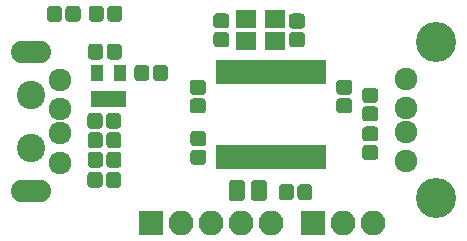
<source format=gts>
G04 #@! TF.GenerationSoftware,KiCad,Pcbnew,(5.1.2)-1*
G04 #@! TF.CreationDate,2021-07-24T10:23:43+09:00*
G04 #@! TF.ProjectId,PS2USB,50533255-5342-42e6-9b69-6361645f7063,v2.1*
G04 #@! TF.SameCoordinates,Original*
G04 #@! TF.FileFunction,Soldermask,Top*
G04 #@! TF.FilePolarity,Negative*
%FSLAX46Y46*%
G04 Gerber Fmt 4.6, Leading zero omitted, Abs format (unit mm)*
G04 Created by KiCad (PCBNEW (5.1.2)-1) date 2021-07-24 10:23:43*
%MOMM*%
%LPD*%
G04 APERTURE LIST*
%ADD10C,0.050000*%
%ADD11C,1.275000*%
%ADD12R,1.050000X1.460000*%
%ADD13C,1.375000*%
%ADD14C,1.924000*%
%ADD15O,3.400000X1.900000*%
%ADD16C,2.400000*%
%ADD17O,2.100000X2.100000*%
%ADD18R,2.100000X2.100000*%
%ADD19C,3.400000*%
%ADD20R,1.800000X1.600000*%
%ADD21R,0.850000X2.150000*%
G04 APERTURE END LIST*
D10*
G36*
X104387493Y-93614035D02*
G01*
X104418435Y-93618625D01*
X104448778Y-93626225D01*
X104478230Y-93636763D01*
X104506508Y-93650138D01*
X104533338Y-93666219D01*
X104558463Y-93684853D01*
X104581640Y-93705860D01*
X104602647Y-93729037D01*
X104621281Y-93754162D01*
X104637362Y-93780992D01*
X104650737Y-93809270D01*
X104661275Y-93838722D01*
X104668875Y-93869065D01*
X104673465Y-93900007D01*
X104675000Y-93931250D01*
X104675000Y-94568750D01*
X104673465Y-94599993D01*
X104668875Y-94630935D01*
X104661275Y-94661278D01*
X104650737Y-94690730D01*
X104637362Y-94719008D01*
X104621281Y-94745838D01*
X104602647Y-94770963D01*
X104581640Y-94794140D01*
X104558463Y-94815147D01*
X104533338Y-94833781D01*
X104506508Y-94849862D01*
X104478230Y-94863237D01*
X104448778Y-94873775D01*
X104418435Y-94881375D01*
X104387493Y-94885965D01*
X104356250Y-94887500D01*
X103643750Y-94887500D01*
X103612507Y-94885965D01*
X103581565Y-94881375D01*
X103551222Y-94873775D01*
X103521770Y-94863237D01*
X103493492Y-94849862D01*
X103466662Y-94833781D01*
X103441537Y-94815147D01*
X103418360Y-94794140D01*
X103397353Y-94770963D01*
X103378719Y-94745838D01*
X103362638Y-94719008D01*
X103349263Y-94690730D01*
X103338725Y-94661278D01*
X103331125Y-94630935D01*
X103326535Y-94599993D01*
X103325000Y-94568750D01*
X103325000Y-93931250D01*
X103326535Y-93900007D01*
X103331125Y-93869065D01*
X103338725Y-93838722D01*
X103349263Y-93809270D01*
X103362638Y-93780992D01*
X103378719Y-93754162D01*
X103397353Y-93729037D01*
X103418360Y-93705860D01*
X103441537Y-93684853D01*
X103466662Y-93666219D01*
X103493492Y-93650138D01*
X103521770Y-93636763D01*
X103551222Y-93626225D01*
X103581565Y-93618625D01*
X103612507Y-93614035D01*
X103643750Y-93612500D01*
X104356250Y-93612500D01*
X104387493Y-93614035D01*
X104387493Y-93614035D01*
G37*
D11*
X104000000Y-94250000D03*
D10*
G36*
X104387493Y-92039035D02*
G01*
X104418435Y-92043625D01*
X104448778Y-92051225D01*
X104478230Y-92061763D01*
X104506508Y-92075138D01*
X104533338Y-92091219D01*
X104558463Y-92109853D01*
X104581640Y-92130860D01*
X104602647Y-92154037D01*
X104621281Y-92179162D01*
X104637362Y-92205992D01*
X104650737Y-92234270D01*
X104661275Y-92263722D01*
X104668875Y-92294065D01*
X104673465Y-92325007D01*
X104675000Y-92356250D01*
X104675000Y-92993750D01*
X104673465Y-93024993D01*
X104668875Y-93055935D01*
X104661275Y-93086278D01*
X104650737Y-93115730D01*
X104637362Y-93144008D01*
X104621281Y-93170838D01*
X104602647Y-93195963D01*
X104581640Y-93219140D01*
X104558463Y-93240147D01*
X104533338Y-93258781D01*
X104506508Y-93274862D01*
X104478230Y-93288237D01*
X104448778Y-93298775D01*
X104418435Y-93306375D01*
X104387493Y-93310965D01*
X104356250Y-93312500D01*
X103643750Y-93312500D01*
X103612507Y-93310965D01*
X103581565Y-93306375D01*
X103551222Y-93298775D01*
X103521770Y-93288237D01*
X103493492Y-93274862D01*
X103466662Y-93258781D01*
X103441537Y-93240147D01*
X103418360Y-93219140D01*
X103397353Y-93195963D01*
X103378719Y-93170838D01*
X103362638Y-93144008D01*
X103349263Y-93115730D01*
X103338725Y-93086278D01*
X103331125Y-93055935D01*
X103326535Y-93024993D01*
X103325000Y-92993750D01*
X103325000Y-92356250D01*
X103326535Y-92325007D01*
X103331125Y-92294065D01*
X103338725Y-92263722D01*
X103349263Y-92234270D01*
X103362638Y-92205992D01*
X103378719Y-92179162D01*
X103397353Y-92154037D01*
X103418360Y-92130860D01*
X103441537Y-92109853D01*
X103466662Y-92091219D01*
X103493492Y-92075138D01*
X103521770Y-92061763D01*
X103551222Y-92051225D01*
X103581565Y-92043625D01*
X103612507Y-92039035D01*
X103643750Y-92037500D01*
X104356250Y-92037500D01*
X104387493Y-92039035D01*
X104387493Y-92039035D01*
G37*
D11*
X104000000Y-92675000D03*
D10*
G36*
X82724993Y-81826535D02*
G01*
X82755935Y-81831125D01*
X82786278Y-81838725D01*
X82815730Y-81849263D01*
X82844008Y-81862638D01*
X82870838Y-81878719D01*
X82895963Y-81897353D01*
X82919140Y-81918360D01*
X82940147Y-81941537D01*
X82958781Y-81966662D01*
X82974862Y-81993492D01*
X82988237Y-82021770D01*
X82998775Y-82051222D01*
X83006375Y-82081565D01*
X83010965Y-82112507D01*
X83012500Y-82143750D01*
X83012500Y-82856250D01*
X83010965Y-82887493D01*
X83006375Y-82918435D01*
X82998775Y-82948778D01*
X82988237Y-82978230D01*
X82974862Y-83006508D01*
X82958781Y-83033338D01*
X82940147Y-83058463D01*
X82919140Y-83081640D01*
X82895963Y-83102647D01*
X82870838Y-83121281D01*
X82844008Y-83137362D01*
X82815730Y-83150737D01*
X82786278Y-83161275D01*
X82755935Y-83168875D01*
X82724993Y-83173465D01*
X82693750Y-83175000D01*
X82056250Y-83175000D01*
X82025007Y-83173465D01*
X81994065Y-83168875D01*
X81963722Y-83161275D01*
X81934270Y-83150737D01*
X81905992Y-83137362D01*
X81879162Y-83121281D01*
X81854037Y-83102647D01*
X81830860Y-83081640D01*
X81809853Y-83058463D01*
X81791219Y-83033338D01*
X81775138Y-83006508D01*
X81761763Y-82978230D01*
X81751225Y-82948778D01*
X81743625Y-82918435D01*
X81739035Y-82887493D01*
X81737500Y-82856250D01*
X81737500Y-82143750D01*
X81739035Y-82112507D01*
X81743625Y-82081565D01*
X81751225Y-82051222D01*
X81761763Y-82021770D01*
X81775138Y-81993492D01*
X81791219Y-81966662D01*
X81809853Y-81941537D01*
X81830860Y-81918360D01*
X81854037Y-81897353D01*
X81879162Y-81878719D01*
X81905992Y-81862638D01*
X81934270Y-81849263D01*
X81963722Y-81838725D01*
X81994065Y-81831125D01*
X82025007Y-81826535D01*
X82056250Y-81825000D01*
X82693750Y-81825000D01*
X82724993Y-81826535D01*
X82724993Y-81826535D01*
G37*
D11*
X82375000Y-82500000D03*
D10*
G36*
X81149993Y-81826535D02*
G01*
X81180935Y-81831125D01*
X81211278Y-81838725D01*
X81240730Y-81849263D01*
X81269008Y-81862638D01*
X81295838Y-81878719D01*
X81320963Y-81897353D01*
X81344140Y-81918360D01*
X81365147Y-81941537D01*
X81383781Y-81966662D01*
X81399862Y-81993492D01*
X81413237Y-82021770D01*
X81423775Y-82051222D01*
X81431375Y-82081565D01*
X81435965Y-82112507D01*
X81437500Y-82143750D01*
X81437500Y-82856250D01*
X81435965Y-82887493D01*
X81431375Y-82918435D01*
X81423775Y-82948778D01*
X81413237Y-82978230D01*
X81399862Y-83006508D01*
X81383781Y-83033338D01*
X81365147Y-83058463D01*
X81344140Y-83081640D01*
X81320963Y-83102647D01*
X81295838Y-83121281D01*
X81269008Y-83137362D01*
X81240730Y-83150737D01*
X81211278Y-83161275D01*
X81180935Y-83168875D01*
X81149993Y-83173465D01*
X81118750Y-83175000D01*
X80481250Y-83175000D01*
X80450007Y-83173465D01*
X80419065Y-83168875D01*
X80388722Y-83161275D01*
X80359270Y-83150737D01*
X80330992Y-83137362D01*
X80304162Y-83121281D01*
X80279037Y-83102647D01*
X80255860Y-83081640D01*
X80234853Y-83058463D01*
X80216219Y-83033338D01*
X80200138Y-83006508D01*
X80186763Y-82978230D01*
X80176225Y-82948778D01*
X80168625Y-82918435D01*
X80164035Y-82887493D01*
X80162500Y-82856250D01*
X80162500Y-82143750D01*
X80164035Y-82112507D01*
X80168625Y-82081565D01*
X80176225Y-82051222D01*
X80186763Y-82021770D01*
X80200138Y-81993492D01*
X80216219Y-81966662D01*
X80234853Y-81941537D01*
X80255860Y-81918360D01*
X80279037Y-81897353D01*
X80304162Y-81878719D01*
X80330992Y-81862638D01*
X80359270Y-81849263D01*
X80388722Y-81838725D01*
X80419065Y-81831125D01*
X80450007Y-81826535D01*
X80481250Y-81825000D01*
X81118750Y-81825000D01*
X81149993Y-81826535D01*
X81149993Y-81826535D01*
G37*
D11*
X80800000Y-82500000D03*
D12*
X80900000Y-87550000D03*
X82800000Y-87550000D03*
X82800000Y-89750000D03*
X81850000Y-89750000D03*
X80900000Y-89750000D03*
D10*
G36*
X102187493Y-88076535D02*
G01*
X102218435Y-88081125D01*
X102248778Y-88088725D01*
X102278230Y-88099263D01*
X102306508Y-88112638D01*
X102333338Y-88128719D01*
X102358463Y-88147353D01*
X102381640Y-88168360D01*
X102402647Y-88191537D01*
X102421281Y-88216662D01*
X102437362Y-88243492D01*
X102450737Y-88271770D01*
X102461275Y-88301222D01*
X102468875Y-88331565D01*
X102473465Y-88362507D01*
X102475000Y-88393750D01*
X102475000Y-89031250D01*
X102473465Y-89062493D01*
X102468875Y-89093435D01*
X102461275Y-89123778D01*
X102450737Y-89153230D01*
X102437362Y-89181508D01*
X102421281Y-89208338D01*
X102402647Y-89233463D01*
X102381640Y-89256640D01*
X102358463Y-89277647D01*
X102333338Y-89296281D01*
X102306508Y-89312362D01*
X102278230Y-89325737D01*
X102248778Y-89336275D01*
X102218435Y-89343875D01*
X102187493Y-89348465D01*
X102156250Y-89350000D01*
X101443750Y-89350000D01*
X101412507Y-89348465D01*
X101381565Y-89343875D01*
X101351222Y-89336275D01*
X101321770Y-89325737D01*
X101293492Y-89312362D01*
X101266662Y-89296281D01*
X101241537Y-89277647D01*
X101218360Y-89256640D01*
X101197353Y-89233463D01*
X101178719Y-89208338D01*
X101162638Y-89181508D01*
X101149263Y-89153230D01*
X101138725Y-89123778D01*
X101131125Y-89093435D01*
X101126535Y-89062493D01*
X101125000Y-89031250D01*
X101125000Y-88393750D01*
X101126535Y-88362507D01*
X101131125Y-88331565D01*
X101138725Y-88301222D01*
X101149263Y-88271770D01*
X101162638Y-88243492D01*
X101178719Y-88216662D01*
X101197353Y-88191537D01*
X101218360Y-88168360D01*
X101241537Y-88147353D01*
X101266662Y-88128719D01*
X101293492Y-88112638D01*
X101321770Y-88099263D01*
X101351222Y-88088725D01*
X101381565Y-88081125D01*
X101412507Y-88076535D01*
X101443750Y-88075000D01*
X102156250Y-88075000D01*
X102187493Y-88076535D01*
X102187493Y-88076535D01*
G37*
D11*
X101800000Y-88712500D03*
D10*
G36*
X102187493Y-89651535D02*
G01*
X102218435Y-89656125D01*
X102248778Y-89663725D01*
X102278230Y-89674263D01*
X102306508Y-89687638D01*
X102333338Y-89703719D01*
X102358463Y-89722353D01*
X102381640Y-89743360D01*
X102402647Y-89766537D01*
X102421281Y-89791662D01*
X102437362Y-89818492D01*
X102450737Y-89846770D01*
X102461275Y-89876222D01*
X102468875Y-89906565D01*
X102473465Y-89937507D01*
X102475000Y-89968750D01*
X102475000Y-90606250D01*
X102473465Y-90637493D01*
X102468875Y-90668435D01*
X102461275Y-90698778D01*
X102450737Y-90728230D01*
X102437362Y-90756508D01*
X102421281Y-90783338D01*
X102402647Y-90808463D01*
X102381640Y-90831640D01*
X102358463Y-90852647D01*
X102333338Y-90871281D01*
X102306508Y-90887362D01*
X102278230Y-90900737D01*
X102248778Y-90911275D01*
X102218435Y-90918875D01*
X102187493Y-90923465D01*
X102156250Y-90925000D01*
X101443750Y-90925000D01*
X101412507Y-90923465D01*
X101381565Y-90918875D01*
X101351222Y-90911275D01*
X101321770Y-90900737D01*
X101293492Y-90887362D01*
X101266662Y-90871281D01*
X101241537Y-90852647D01*
X101218360Y-90831640D01*
X101197353Y-90808463D01*
X101178719Y-90783338D01*
X101162638Y-90756508D01*
X101149263Y-90728230D01*
X101138725Y-90698778D01*
X101131125Y-90668435D01*
X101126535Y-90637493D01*
X101125000Y-90606250D01*
X101125000Y-89968750D01*
X101126535Y-89937507D01*
X101131125Y-89906565D01*
X101138725Y-89876222D01*
X101149263Y-89846770D01*
X101162638Y-89818492D01*
X101178719Y-89791662D01*
X101197353Y-89766537D01*
X101218360Y-89743360D01*
X101241537Y-89722353D01*
X101266662Y-89703719D01*
X101293492Y-89687638D01*
X101321770Y-89674263D01*
X101351222Y-89663725D01*
X101381565Y-89656125D01*
X101412507Y-89651535D01*
X101443750Y-89650000D01*
X102156250Y-89650000D01*
X102187493Y-89651535D01*
X102187493Y-89651535D01*
G37*
D11*
X101800000Y-90287500D03*
D10*
G36*
X93077443Y-96551655D02*
G01*
X93110812Y-96556605D01*
X93143535Y-96564802D01*
X93175297Y-96576166D01*
X93205793Y-96590590D01*
X93234727Y-96607932D01*
X93261823Y-96628028D01*
X93286818Y-96650682D01*
X93309472Y-96675677D01*
X93329568Y-96702773D01*
X93346910Y-96731707D01*
X93361334Y-96762203D01*
X93372698Y-96793965D01*
X93380895Y-96826688D01*
X93385845Y-96860057D01*
X93387500Y-96893750D01*
X93387500Y-98006250D01*
X93385845Y-98039943D01*
X93380895Y-98073312D01*
X93372698Y-98106035D01*
X93361334Y-98137797D01*
X93346910Y-98168293D01*
X93329568Y-98197227D01*
X93309472Y-98224323D01*
X93286818Y-98249318D01*
X93261823Y-98271972D01*
X93234727Y-98292068D01*
X93205793Y-98309410D01*
X93175297Y-98323834D01*
X93143535Y-98335198D01*
X93110812Y-98343395D01*
X93077443Y-98348345D01*
X93043750Y-98350000D01*
X92356250Y-98350000D01*
X92322557Y-98348345D01*
X92289188Y-98343395D01*
X92256465Y-98335198D01*
X92224703Y-98323834D01*
X92194207Y-98309410D01*
X92165273Y-98292068D01*
X92138177Y-98271972D01*
X92113182Y-98249318D01*
X92090528Y-98224323D01*
X92070432Y-98197227D01*
X92053090Y-98168293D01*
X92038666Y-98137797D01*
X92027302Y-98106035D01*
X92019105Y-98073312D01*
X92014155Y-98039943D01*
X92012500Y-98006250D01*
X92012500Y-96893750D01*
X92014155Y-96860057D01*
X92019105Y-96826688D01*
X92027302Y-96793965D01*
X92038666Y-96762203D01*
X92053090Y-96731707D01*
X92070432Y-96702773D01*
X92090528Y-96675677D01*
X92113182Y-96650682D01*
X92138177Y-96628028D01*
X92165273Y-96607932D01*
X92194207Y-96590590D01*
X92224703Y-96576166D01*
X92256465Y-96564802D01*
X92289188Y-96556605D01*
X92322557Y-96551655D01*
X92356250Y-96550000D01*
X93043750Y-96550000D01*
X93077443Y-96551655D01*
X93077443Y-96551655D01*
G37*
D13*
X92700000Y-97450000D03*
D10*
G36*
X94952443Y-96551655D02*
G01*
X94985812Y-96556605D01*
X95018535Y-96564802D01*
X95050297Y-96576166D01*
X95080793Y-96590590D01*
X95109727Y-96607932D01*
X95136823Y-96628028D01*
X95161818Y-96650682D01*
X95184472Y-96675677D01*
X95204568Y-96702773D01*
X95221910Y-96731707D01*
X95236334Y-96762203D01*
X95247698Y-96793965D01*
X95255895Y-96826688D01*
X95260845Y-96860057D01*
X95262500Y-96893750D01*
X95262500Y-98006250D01*
X95260845Y-98039943D01*
X95255895Y-98073312D01*
X95247698Y-98106035D01*
X95236334Y-98137797D01*
X95221910Y-98168293D01*
X95204568Y-98197227D01*
X95184472Y-98224323D01*
X95161818Y-98249318D01*
X95136823Y-98271972D01*
X95109727Y-98292068D01*
X95080793Y-98309410D01*
X95050297Y-98323834D01*
X95018535Y-98335198D01*
X94985812Y-98343395D01*
X94952443Y-98348345D01*
X94918750Y-98350000D01*
X94231250Y-98350000D01*
X94197557Y-98348345D01*
X94164188Y-98343395D01*
X94131465Y-98335198D01*
X94099703Y-98323834D01*
X94069207Y-98309410D01*
X94040273Y-98292068D01*
X94013177Y-98271972D01*
X93988182Y-98249318D01*
X93965528Y-98224323D01*
X93945432Y-98197227D01*
X93928090Y-98168293D01*
X93913666Y-98137797D01*
X93902302Y-98106035D01*
X93894105Y-98073312D01*
X93889155Y-98039943D01*
X93887500Y-98006250D01*
X93887500Y-96893750D01*
X93889155Y-96860057D01*
X93894105Y-96826688D01*
X93902302Y-96793965D01*
X93913666Y-96762203D01*
X93928090Y-96731707D01*
X93945432Y-96702773D01*
X93965528Y-96675677D01*
X93988182Y-96650682D01*
X94013177Y-96628028D01*
X94040273Y-96607932D01*
X94069207Y-96590590D01*
X94099703Y-96576166D01*
X94131465Y-96564802D01*
X94164188Y-96556605D01*
X94197557Y-96551655D01*
X94231250Y-96550000D01*
X94918750Y-96550000D01*
X94952443Y-96551655D01*
X94952443Y-96551655D01*
G37*
D13*
X94575000Y-97450000D03*
D14*
X77700000Y-95100000D03*
X77700000Y-92600000D03*
X77700000Y-90600000D03*
X77700000Y-88100000D03*
D15*
X75300000Y-85700000D03*
X75300000Y-97500000D03*
D16*
X75300000Y-89350000D03*
X75300000Y-93850000D03*
D17*
X104240000Y-100200000D03*
X101700000Y-100200000D03*
D18*
X99160000Y-100200000D03*
D17*
X95560000Y-100200000D03*
X93020000Y-100200000D03*
X90480000Y-100200000D03*
X87940000Y-100200000D03*
D18*
X85400000Y-100200000D03*
D10*
G36*
X81049993Y-95876535D02*
G01*
X81080935Y-95881125D01*
X81111278Y-95888725D01*
X81140730Y-95899263D01*
X81169008Y-95912638D01*
X81195838Y-95928719D01*
X81220963Y-95947353D01*
X81244140Y-95968360D01*
X81265147Y-95991537D01*
X81283781Y-96016662D01*
X81299862Y-96043492D01*
X81313237Y-96071770D01*
X81323775Y-96101222D01*
X81331375Y-96131565D01*
X81335965Y-96162507D01*
X81337500Y-96193750D01*
X81337500Y-96906250D01*
X81335965Y-96937493D01*
X81331375Y-96968435D01*
X81323775Y-96998778D01*
X81313237Y-97028230D01*
X81299862Y-97056508D01*
X81283781Y-97083338D01*
X81265147Y-97108463D01*
X81244140Y-97131640D01*
X81220963Y-97152647D01*
X81195838Y-97171281D01*
X81169008Y-97187362D01*
X81140730Y-97200737D01*
X81111278Y-97211275D01*
X81080935Y-97218875D01*
X81049993Y-97223465D01*
X81018750Y-97225000D01*
X80381250Y-97225000D01*
X80350007Y-97223465D01*
X80319065Y-97218875D01*
X80288722Y-97211275D01*
X80259270Y-97200737D01*
X80230992Y-97187362D01*
X80204162Y-97171281D01*
X80179037Y-97152647D01*
X80155860Y-97131640D01*
X80134853Y-97108463D01*
X80116219Y-97083338D01*
X80100138Y-97056508D01*
X80086763Y-97028230D01*
X80076225Y-96998778D01*
X80068625Y-96968435D01*
X80064035Y-96937493D01*
X80062500Y-96906250D01*
X80062500Y-96193750D01*
X80064035Y-96162507D01*
X80068625Y-96131565D01*
X80076225Y-96101222D01*
X80086763Y-96071770D01*
X80100138Y-96043492D01*
X80116219Y-96016662D01*
X80134853Y-95991537D01*
X80155860Y-95968360D01*
X80179037Y-95947353D01*
X80204162Y-95928719D01*
X80230992Y-95912638D01*
X80259270Y-95899263D01*
X80288722Y-95888725D01*
X80319065Y-95881125D01*
X80350007Y-95876535D01*
X80381250Y-95875000D01*
X81018750Y-95875000D01*
X81049993Y-95876535D01*
X81049993Y-95876535D01*
G37*
D11*
X80700000Y-96550000D03*
D10*
G36*
X82624993Y-95876535D02*
G01*
X82655935Y-95881125D01*
X82686278Y-95888725D01*
X82715730Y-95899263D01*
X82744008Y-95912638D01*
X82770838Y-95928719D01*
X82795963Y-95947353D01*
X82819140Y-95968360D01*
X82840147Y-95991537D01*
X82858781Y-96016662D01*
X82874862Y-96043492D01*
X82888237Y-96071770D01*
X82898775Y-96101222D01*
X82906375Y-96131565D01*
X82910965Y-96162507D01*
X82912500Y-96193750D01*
X82912500Y-96906250D01*
X82910965Y-96937493D01*
X82906375Y-96968435D01*
X82898775Y-96998778D01*
X82888237Y-97028230D01*
X82874862Y-97056508D01*
X82858781Y-97083338D01*
X82840147Y-97108463D01*
X82819140Y-97131640D01*
X82795963Y-97152647D01*
X82770838Y-97171281D01*
X82744008Y-97187362D01*
X82715730Y-97200737D01*
X82686278Y-97211275D01*
X82655935Y-97218875D01*
X82624993Y-97223465D01*
X82593750Y-97225000D01*
X81956250Y-97225000D01*
X81925007Y-97223465D01*
X81894065Y-97218875D01*
X81863722Y-97211275D01*
X81834270Y-97200737D01*
X81805992Y-97187362D01*
X81779162Y-97171281D01*
X81754037Y-97152647D01*
X81730860Y-97131640D01*
X81709853Y-97108463D01*
X81691219Y-97083338D01*
X81675138Y-97056508D01*
X81661763Y-97028230D01*
X81651225Y-96998778D01*
X81643625Y-96968435D01*
X81639035Y-96937493D01*
X81637500Y-96906250D01*
X81637500Y-96193750D01*
X81639035Y-96162507D01*
X81643625Y-96131565D01*
X81651225Y-96101222D01*
X81661763Y-96071770D01*
X81675138Y-96043492D01*
X81691219Y-96016662D01*
X81709853Y-95991537D01*
X81730860Y-95968360D01*
X81754037Y-95947353D01*
X81779162Y-95928719D01*
X81805992Y-95912638D01*
X81834270Y-95899263D01*
X81863722Y-95888725D01*
X81894065Y-95881125D01*
X81925007Y-95876535D01*
X81956250Y-95875000D01*
X82593750Y-95875000D01*
X82624993Y-95876535D01*
X82624993Y-95876535D01*
G37*
D11*
X82275000Y-96550000D03*
D10*
G36*
X89787493Y-88089035D02*
G01*
X89818435Y-88093625D01*
X89848778Y-88101225D01*
X89878230Y-88111763D01*
X89906508Y-88125138D01*
X89933338Y-88141219D01*
X89958463Y-88159853D01*
X89981640Y-88180860D01*
X90002647Y-88204037D01*
X90021281Y-88229162D01*
X90037362Y-88255992D01*
X90050737Y-88284270D01*
X90061275Y-88313722D01*
X90068875Y-88344065D01*
X90073465Y-88375007D01*
X90075000Y-88406250D01*
X90075000Y-89043750D01*
X90073465Y-89074993D01*
X90068875Y-89105935D01*
X90061275Y-89136278D01*
X90050737Y-89165730D01*
X90037362Y-89194008D01*
X90021281Y-89220838D01*
X90002647Y-89245963D01*
X89981640Y-89269140D01*
X89958463Y-89290147D01*
X89933338Y-89308781D01*
X89906508Y-89324862D01*
X89878230Y-89338237D01*
X89848778Y-89348775D01*
X89818435Y-89356375D01*
X89787493Y-89360965D01*
X89756250Y-89362500D01*
X89043750Y-89362500D01*
X89012507Y-89360965D01*
X88981565Y-89356375D01*
X88951222Y-89348775D01*
X88921770Y-89338237D01*
X88893492Y-89324862D01*
X88866662Y-89308781D01*
X88841537Y-89290147D01*
X88818360Y-89269140D01*
X88797353Y-89245963D01*
X88778719Y-89220838D01*
X88762638Y-89194008D01*
X88749263Y-89165730D01*
X88738725Y-89136278D01*
X88731125Y-89105935D01*
X88726535Y-89074993D01*
X88725000Y-89043750D01*
X88725000Y-88406250D01*
X88726535Y-88375007D01*
X88731125Y-88344065D01*
X88738725Y-88313722D01*
X88749263Y-88284270D01*
X88762638Y-88255992D01*
X88778719Y-88229162D01*
X88797353Y-88204037D01*
X88818360Y-88180860D01*
X88841537Y-88159853D01*
X88866662Y-88141219D01*
X88893492Y-88125138D01*
X88921770Y-88111763D01*
X88951222Y-88101225D01*
X88981565Y-88093625D01*
X89012507Y-88089035D01*
X89043750Y-88087500D01*
X89756250Y-88087500D01*
X89787493Y-88089035D01*
X89787493Y-88089035D01*
G37*
D11*
X89400000Y-88725000D03*
D10*
G36*
X89787493Y-89664035D02*
G01*
X89818435Y-89668625D01*
X89848778Y-89676225D01*
X89878230Y-89686763D01*
X89906508Y-89700138D01*
X89933338Y-89716219D01*
X89958463Y-89734853D01*
X89981640Y-89755860D01*
X90002647Y-89779037D01*
X90021281Y-89804162D01*
X90037362Y-89830992D01*
X90050737Y-89859270D01*
X90061275Y-89888722D01*
X90068875Y-89919065D01*
X90073465Y-89950007D01*
X90075000Y-89981250D01*
X90075000Y-90618750D01*
X90073465Y-90649993D01*
X90068875Y-90680935D01*
X90061275Y-90711278D01*
X90050737Y-90740730D01*
X90037362Y-90769008D01*
X90021281Y-90795838D01*
X90002647Y-90820963D01*
X89981640Y-90844140D01*
X89958463Y-90865147D01*
X89933338Y-90883781D01*
X89906508Y-90899862D01*
X89878230Y-90913237D01*
X89848778Y-90923775D01*
X89818435Y-90931375D01*
X89787493Y-90935965D01*
X89756250Y-90937500D01*
X89043750Y-90937500D01*
X89012507Y-90935965D01*
X88981565Y-90931375D01*
X88951222Y-90923775D01*
X88921770Y-90913237D01*
X88893492Y-90899862D01*
X88866662Y-90883781D01*
X88841537Y-90865147D01*
X88818360Y-90844140D01*
X88797353Y-90820963D01*
X88778719Y-90795838D01*
X88762638Y-90769008D01*
X88749263Y-90740730D01*
X88738725Y-90711278D01*
X88731125Y-90680935D01*
X88726535Y-90649993D01*
X88725000Y-90618750D01*
X88725000Y-89981250D01*
X88726535Y-89950007D01*
X88731125Y-89919065D01*
X88738725Y-89888722D01*
X88749263Y-89859270D01*
X88762638Y-89830992D01*
X88778719Y-89804162D01*
X88797353Y-89779037D01*
X88818360Y-89755860D01*
X88841537Y-89734853D01*
X88866662Y-89716219D01*
X88893492Y-89700138D01*
X88921770Y-89686763D01*
X88951222Y-89676225D01*
X88981565Y-89668625D01*
X89012507Y-89664035D01*
X89043750Y-89662500D01*
X89756250Y-89662500D01*
X89787493Y-89664035D01*
X89787493Y-89664035D01*
G37*
D11*
X89400000Y-90300000D03*
D10*
G36*
X98824993Y-96926535D02*
G01*
X98855935Y-96931125D01*
X98886278Y-96938725D01*
X98915730Y-96949263D01*
X98944008Y-96962638D01*
X98970838Y-96978719D01*
X98995963Y-96997353D01*
X99019140Y-97018360D01*
X99040147Y-97041537D01*
X99058781Y-97066662D01*
X99074862Y-97093492D01*
X99088237Y-97121770D01*
X99098775Y-97151222D01*
X99106375Y-97181565D01*
X99110965Y-97212507D01*
X99112500Y-97243750D01*
X99112500Y-97956250D01*
X99110965Y-97987493D01*
X99106375Y-98018435D01*
X99098775Y-98048778D01*
X99088237Y-98078230D01*
X99074862Y-98106508D01*
X99058781Y-98133338D01*
X99040147Y-98158463D01*
X99019140Y-98181640D01*
X98995963Y-98202647D01*
X98970838Y-98221281D01*
X98944008Y-98237362D01*
X98915730Y-98250737D01*
X98886278Y-98261275D01*
X98855935Y-98268875D01*
X98824993Y-98273465D01*
X98793750Y-98275000D01*
X98156250Y-98275000D01*
X98125007Y-98273465D01*
X98094065Y-98268875D01*
X98063722Y-98261275D01*
X98034270Y-98250737D01*
X98005992Y-98237362D01*
X97979162Y-98221281D01*
X97954037Y-98202647D01*
X97930860Y-98181640D01*
X97909853Y-98158463D01*
X97891219Y-98133338D01*
X97875138Y-98106508D01*
X97861763Y-98078230D01*
X97851225Y-98048778D01*
X97843625Y-98018435D01*
X97839035Y-97987493D01*
X97837500Y-97956250D01*
X97837500Y-97243750D01*
X97839035Y-97212507D01*
X97843625Y-97181565D01*
X97851225Y-97151222D01*
X97861763Y-97121770D01*
X97875138Y-97093492D01*
X97891219Y-97066662D01*
X97909853Y-97041537D01*
X97930860Y-97018360D01*
X97954037Y-96997353D01*
X97979162Y-96978719D01*
X98005992Y-96962638D01*
X98034270Y-96949263D01*
X98063722Y-96938725D01*
X98094065Y-96931125D01*
X98125007Y-96926535D01*
X98156250Y-96925000D01*
X98793750Y-96925000D01*
X98824993Y-96926535D01*
X98824993Y-96926535D01*
G37*
D11*
X98475000Y-97600000D03*
D10*
G36*
X97249993Y-96926535D02*
G01*
X97280935Y-96931125D01*
X97311278Y-96938725D01*
X97340730Y-96949263D01*
X97369008Y-96962638D01*
X97395838Y-96978719D01*
X97420963Y-96997353D01*
X97444140Y-97018360D01*
X97465147Y-97041537D01*
X97483781Y-97066662D01*
X97499862Y-97093492D01*
X97513237Y-97121770D01*
X97523775Y-97151222D01*
X97531375Y-97181565D01*
X97535965Y-97212507D01*
X97537500Y-97243750D01*
X97537500Y-97956250D01*
X97535965Y-97987493D01*
X97531375Y-98018435D01*
X97523775Y-98048778D01*
X97513237Y-98078230D01*
X97499862Y-98106508D01*
X97483781Y-98133338D01*
X97465147Y-98158463D01*
X97444140Y-98181640D01*
X97420963Y-98202647D01*
X97395838Y-98221281D01*
X97369008Y-98237362D01*
X97340730Y-98250737D01*
X97311278Y-98261275D01*
X97280935Y-98268875D01*
X97249993Y-98273465D01*
X97218750Y-98275000D01*
X96581250Y-98275000D01*
X96550007Y-98273465D01*
X96519065Y-98268875D01*
X96488722Y-98261275D01*
X96459270Y-98250737D01*
X96430992Y-98237362D01*
X96404162Y-98221281D01*
X96379037Y-98202647D01*
X96355860Y-98181640D01*
X96334853Y-98158463D01*
X96316219Y-98133338D01*
X96300138Y-98106508D01*
X96286763Y-98078230D01*
X96276225Y-98048778D01*
X96268625Y-98018435D01*
X96264035Y-97987493D01*
X96262500Y-97956250D01*
X96262500Y-97243750D01*
X96264035Y-97212507D01*
X96268625Y-97181565D01*
X96276225Y-97151222D01*
X96286763Y-97121770D01*
X96300138Y-97093492D01*
X96316219Y-97066662D01*
X96334853Y-97041537D01*
X96355860Y-97018360D01*
X96379037Y-96997353D01*
X96404162Y-96978719D01*
X96430992Y-96962638D01*
X96459270Y-96949263D01*
X96488722Y-96938725D01*
X96519065Y-96931125D01*
X96550007Y-96926535D01*
X96581250Y-96925000D01*
X97218750Y-96925000D01*
X97249993Y-96926535D01*
X97249993Y-96926535D01*
G37*
D11*
X96900000Y-97600000D03*
D10*
G36*
X89837493Y-92426535D02*
G01*
X89868435Y-92431125D01*
X89898778Y-92438725D01*
X89928230Y-92449263D01*
X89956508Y-92462638D01*
X89983338Y-92478719D01*
X90008463Y-92497353D01*
X90031640Y-92518360D01*
X90052647Y-92541537D01*
X90071281Y-92566662D01*
X90087362Y-92593492D01*
X90100737Y-92621770D01*
X90111275Y-92651222D01*
X90118875Y-92681565D01*
X90123465Y-92712507D01*
X90125000Y-92743750D01*
X90125000Y-93381250D01*
X90123465Y-93412493D01*
X90118875Y-93443435D01*
X90111275Y-93473778D01*
X90100737Y-93503230D01*
X90087362Y-93531508D01*
X90071281Y-93558338D01*
X90052647Y-93583463D01*
X90031640Y-93606640D01*
X90008463Y-93627647D01*
X89983338Y-93646281D01*
X89956508Y-93662362D01*
X89928230Y-93675737D01*
X89898778Y-93686275D01*
X89868435Y-93693875D01*
X89837493Y-93698465D01*
X89806250Y-93700000D01*
X89093750Y-93700000D01*
X89062507Y-93698465D01*
X89031565Y-93693875D01*
X89001222Y-93686275D01*
X88971770Y-93675737D01*
X88943492Y-93662362D01*
X88916662Y-93646281D01*
X88891537Y-93627647D01*
X88868360Y-93606640D01*
X88847353Y-93583463D01*
X88828719Y-93558338D01*
X88812638Y-93531508D01*
X88799263Y-93503230D01*
X88788725Y-93473778D01*
X88781125Y-93443435D01*
X88776535Y-93412493D01*
X88775000Y-93381250D01*
X88775000Y-92743750D01*
X88776535Y-92712507D01*
X88781125Y-92681565D01*
X88788725Y-92651222D01*
X88799263Y-92621770D01*
X88812638Y-92593492D01*
X88828719Y-92566662D01*
X88847353Y-92541537D01*
X88868360Y-92518360D01*
X88891537Y-92497353D01*
X88916662Y-92478719D01*
X88943492Y-92462638D01*
X88971770Y-92449263D01*
X89001222Y-92438725D01*
X89031565Y-92431125D01*
X89062507Y-92426535D01*
X89093750Y-92425000D01*
X89806250Y-92425000D01*
X89837493Y-92426535D01*
X89837493Y-92426535D01*
G37*
D11*
X89450000Y-93062500D03*
D10*
G36*
X89837493Y-94001535D02*
G01*
X89868435Y-94006125D01*
X89898778Y-94013725D01*
X89928230Y-94024263D01*
X89956508Y-94037638D01*
X89983338Y-94053719D01*
X90008463Y-94072353D01*
X90031640Y-94093360D01*
X90052647Y-94116537D01*
X90071281Y-94141662D01*
X90087362Y-94168492D01*
X90100737Y-94196770D01*
X90111275Y-94226222D01*
X90118875Y-94256565D01*
X90123465Y-94287507D01*
X90125000Y-94318750D01*
X90125000Y-94956250D01*
X90123465Y-94987493D01*
X90118875Y-95018435D01*
X90111275Y-95048778D01*
X90100737Y-95078230D01*
X90087362Y-95106508D01*
X90071281Y-95133338D01*
X90052647Y-95158463D01*
X90031640Y-95181640D01*
X90008463Y-95202647D01*
X89983338Y-95221281D01*
X89956508Y-95237362D01*
X89928230Y-95250737D01*
X89898778Y-95261275D01*
X89868435Y-95268875D01*
X89837493Y-95273465D01*
X89806250Y-95275000D01*
X89093750Y-95275000D01*
X89062507Y-95273465D01*
X89031565Y-95268875D01*
X89001222Y-95261275D01*
X88971770Y-95250737D01*
X88943492Y-95237362D01*
X88916662Y-95221281D01*
X88891537Y-95202647D01*
X88868360Y-95181640D01*
X88847353Y-95158463D01*
X88828719Y-95133338D01*
X88812638Y-95106508D01*
X88799263Y-95078230D01*
X88788725Y-95048778D01*
X88781125Y-95018435D01*
X88776535Y-94987493D01*
X88775000Y-94956250D01*
X88775000Y-94318750D01*
X88776535Y-94287507D01*
X88781125Y-94256565D01*
X88788725Y-94226222D01*
X88799263Y-94196770D01*
X88812638Y-94168492D01*
X88828719Y-94141662D01*
X88847353Y-94116537D01*
X88868360Y-94093360D01*
X88891537Y-94072353D01*
X88916662Y-94053719D01*
X88943492Y-94037638D01*
X88971770Y-94024263D01*
X89001222Y-94013725D01*
X89031565Y-94006125D01*
X89062507Y-94001535D01*
X89093750Y-94000000D01*
X89806250Y-94000000D01*
X89837493Y-94001535D01*
X89837493Y-94001535D01*
G37*
D11*
X89450000Y-94637500D03*
D10*
G36*
X82674993Y-85026535D02*
G01*
X82705935Y-85031125D01*
X82736278Y-85038725D01*
X82765730Y-85049263D01*
X82794008Y-85062638D01*
X82820838Y-85078719D01*
X82845963Y-85097353D01*
X82869140Y-85118360D01*
X82890147Y-85141537D01*
X82908781Y-85166662D01*
X82924862Y-85193492D01*
X82938237Y-85221770D01*
X82948775Y-85251222D01*
X82956375Y-85281565D01*
X82960965Y-85312507D01*
X82962500Y-85343750D01*
X82962500Y-86056250D01*
X82960965Y-86087493D01*
X82956375Y-86118435D01*
X82948775Y-86148778D01*
X82938237Y-86178230D01*
X82924862Y-86206508D01*
X82908781Y-86233338D01*
X82890147Y-86258463D01*
X82869140Y-86281640D01*
X82845963Y-86302647D01*
X82820838Y-86321281D01*
X82794008Y-86337362D01*
X82765730Y-86350737D01*
X82736278Y-86361275D01*
X82705935Y-86368875D01*
X82674993Y-86373465D01*
X82643750Y-86375000D01*
X82006250Y-86375000D01*
X81975007Y-86373465D01*
X81944065Y-86368875D01*
X81913722Y-86361275D01*
X81884270Y-86350737D01*
X81855992Y-86337362D01*
X81829162Y-86321281D01*
X81804037Y-86302647D01*
X81780860Y-86281640D01*
X81759853Y-86258463D01*
X81741219Y-86233338D01*
X81725138Y-86206508D01*
X81711763Y-86178230D01*
X81701225Y-86148778D01*
X81693625Y-86118435D01*
X81689035Y-86087493D01*
X81687500Y-86056250D01*
X81687500Y-85343750D01*
X81689035Y-85312507D01*
X81693625Y-85281565D01*
X81701225Y-85251222D01*
X81711763Y-85221770D01*
X81725138Y-85193492D01*
X81741219Y-85166662D01*
X81759853Y-85141537D01*
X81780860Y-85118360D01*
X81804037Y-85097353D01*
X81829162Y-85078719D01*
X81855992Y-85062638D01*
X81884270Y-85049263D01*
X81913722Y-85038725D01*
X81944065Y-85031125D01*
X81975007Y-85026535D01*
X82006250Y-85025000D01*
X82643750Y-85025000D01*
X82674993Y-85026535D01*
X82674993Y-85026535D01*
G37*
D11*
X82325000Y-85700000D03*
D10*
G36*
X81099993Y-85026535D02*
G01*
X81130935Y-85031125D01*
X81161278Y-85038725D01*
X81190730Y-85049263D01*
X81219008Y-85062638D01*
X81245838Y-85078719D01*
X81270963Y-85097353D01*
X81294140Y-85118360D01*
X81315147Y-85141537D01*
X81333781Y-85166662D01*
X81349862Y-85193492D01*
X81363237Y-85221770D01*
X81373775Y-85251222D01*
X81381375Y-85281565D01*
X81385965Y-85312507D01*
X81387500Y-85343750D01*
X81387500Y-86056250D01*
X81385965Y-86087493D01*
X81381375Y-86118435D01*
X81373775Y-86148778D01*
X81363237Y-86178230D01*
X81349862Y-86206508D01*
X81333781Y-86233338D01*
X81315147Y-86258463D01*
X81294140Y-86281640D01*
X81270963Y-86302647D01*
X81245838Y-86321281D01*
X81219008Y-86337362D01*
X81190730Y-86350737D01*
X81161278Y-86361275D01*
X81130935Y-86368875D01*
X81099993Y-86373465D01*
X81068750Y-86375000D01*
X80431250Y-86375000D01*
X80400007Y-86373465D01*
X80369065Y-86368875D01*
X80338722Y-86361275D01*
X80309270Y-86350737D01*
X80280992Y-86337362D01*
X80254162Y-86321281D01*
X80229037Y-86302647D01*
X80205860Y-86281640D01*
X80184853Y-86258463D01*
X80166219Y-86233338D01*
X80150138Y-86206508D01*
X80136763Y-86178230D01*
X80126225Y-86148778D01*
X80118625Y-86118435D01*
X80114035Y-86087493D01*
X80112500Y-86056250D01*
X80112500Y-85343750D01*
X80114035Y-85312507D01*
X80118625Y-85281565D01*
X80126225Y-85251222D01*
X80136763Y-85221770D01*
X80150138Y-85193492D01*
X80166219Y-85166662D01*
X80184853Y-85141537D01*
X80205860Y-85118360D01*
X80229037Y-85097353D01*
X80254162Y-85078719D01*
X80280992Y-85062638D01*
X80309270Y-85049263D01*
X80338722Y-85038725D01*
X80369065Y-85031125D01*
X80400007Y-85026535D01*
X80431250Y-85025000D01*
X81068750Y-85025000D01*
X81099993Y-85026535D01*
X81099993Y-85026535D01*
G37*
D11*
X80750000Y-85700000D03*
D10*
G36*
X86599993Y-86826535D02*
G01*
X86630935Y-86831125D01*
X86661278Y-86838725D01*
X86690730Y-86849263D01*
X86719008Y-86862638D01*
X86745838Y-86878719D01*
X86770963Y-86897353D01*
X86794140Y-86918360D01*
X86815147Y-86941537D01*
X86833781Y-86966662D01*
X86849862Y-86993492D01*
X86863237Y-87021770D01*
X86873775Y-87051222D01*
X86881375Y-87081565D01*
X86885965Y-87112507D01*
X86887500Y-87143750D01*
X86887500Y-87856250D01*
X86885965Y-87887493D01*
X86881375Y-87918435D01*
X86873775Y-87948778D01*
X86863237Y-87978230D01*
X86849862Y-88006508D01*
X86833781Y-88033338D01*
X86815147Y-88058463D01*
X86794140Y-88081640D01*
X86770963Y-88102647D01*
X86745838Y-88121281D01*
X86719008Y-88137362D01*
X86690730Y-88150737D01*
X86661278Y-88161275D01*
X86630935Y-88168875D01*
X86599993Y-88173465D01*
X86568750Y-88175000D01*
X85931250Y-88175000D01*
X85900007Y-88173465D01*
X85869065Y-88168875D01*
X85838722Y-88161275D01*
X85809270Y-88150737D01*
X85780992Y-88137362D01*
X85754162Y-88121281D01*
X85729037Y-88102647D01*
X85705860Y-88081640D01*
X85684853Y-88058463D01*
X85666219Y-88033338D01*
X85650138Y-88006508D01*
X85636763Y-87978230D01*
X85626225Y-87948778D01*
X85618625Y-87918435D01*
X85614035Y-87887493D01*
X85612500Y-87856250D01*
X85612500Y-87143750D01*
X85614035Y-87112507D01*
X85618625Y-87081565D01*
X85626225Y-87051222D01*
X85636763Y-87021770D01*
X85650138Y-86993492D01*
X85666219Y-86966662D01*
X85684853Y-86941537D01*
X85705860Y-86918360D01*
X85729037Y-86897353D01*
X85754162Y-86878719D01*
X85780992Y-86862638D01*
X85809270Y-86849263D01*
X85838722Y-86838725D01*
X85869065Y-86831125D01*
X85900007Y-86826535D01*
X85931250Y-86825000D01*
X86568750Y-86825000D01*
X86599993Y-86826535D01*
X86599993Y-86826535D01*
G37*
D11*
X86250000Y-87500000D03*
D10*
G36*
X85024993Y-86826535D02*
G01*
X85055935Y-86831125D01*
X85086278Y-86838725D01*
X85115730Y-86849263D01*
X85144008Y-86862638D01*
X85170838Y-86878719D01*
X85195963Y-86897353D01*
X85219140Y-86918360D01*
X85240147Y-86941537D01*
X85258781Y-86966662D01*
X85274862Y-86993492D01*
X85288237Y-87021770D01*
X85298775Y-87051222D01*
X85306375Y-87081565D01*
X85310965Y-87112507D01*
X85312500Y-87143750D01*
X85312500Y-87856250D01*
X85310965Y-87887493D01*
X85306375Y-87918435D01*
X85298775Y-87948778D01*
X85288237Y-87978230D01*
X85274862Y-88006508D01*
X85258781Y-88033338D01*
X85240147Y-88058463D01*
X85219140Y-88081640D01*
X85195963Y-88102647D01*
X85170838Y-88121281D01*
X85144008Y-88137362D01*
X85115730Y-88150737D01*
X85086278Y-88161275D01*
X85055935Y-88168875D01*
X85024993Y-88173465D01*
X84993750Y-88175000D01*
X84356250Y-88175000D01*
X84325007Y-88173465D01*
X84294065Y-88168875D01*
X84263722Y-88161275D01*
X84234270Y-88150737D01*
X84205992Y-88137362D01*
X84179162Y-88121281D01*
X84154037Y-88102647D01*
X84130860Y-88081640D01*
X84109853Y-88058463D01*
X84091219Y-88033338D01*
X84075138Y-88006508D01*
X84061763Y-87978230D01*
X84051225Y-87948778D01*
X84043625Y-87918435D01*
X84039035Y-87887493D01*
X84037500Y-87856250D01*
X84037500Y-87143750D01*
X84039035Y-87112507D01*
X84043625Y-87081565D01*
X84051225Y-87051222D01*
X84061763Y-87021770D01*
X84075138Y-86993492D01*
X84091219Y-86966662D01*
X84109853Y-86941537D01*
X84130860Y-86918360D01*
X84154037Y-86897353D01*
X84179162Y-86878719D01*
X84205992Y-86862638D01*
X84234270Y-86849263D01*
X84263722Y-86838725D01*
X84294065Y-86831125D01*
X84325007Y-86826535D01*
X84356250Y-86825000D01*
X84993750Y-86825000D01*
X85024993Y-86826535D01*
X85024993Y-86826535D01*
G37*
D11*
X84675000Y-87500000D03*
D10*
G36*
X82624993Y-90876535D02*
G01*
X82655935Y-90881125D01*
X82686278Y-90888725D01*
X82715730Y-90899263D01*
X82744008Y-90912638D01*
X82770838Y-90928719D01*
X82795963Y-90947353D01*
X82819140Y-90968360D01*
X82840147Y-90991537D01*
X82858781Y-91016662D01*
X82874862Y-91043492D01*
X82888237Y-91071770D01*
X82898775Y-91101222D01*
X82906375Y-91131565D01*
X82910965Y-91162507D01*
X82912500Y-91193750D01*
X82912500Y-91906250D01*
X82910965Y-91937493D01*
X82906375Y-91968435D01*
X82898775Y-91998778D01*
X82888237Y-92028230D01*
X82874862Y-92056508D01*
X82858781Y-92083338D01*
X82840147Y-92108463D01*
X82819140Y-92131640D01*
X82795963Y-92152647D01*
X82770838Y-92171281D01*
X82744008Y-92187362D01*
X82715730Y-92200737D01*
X82686278Y-92211275D01*
X82655935Y-92218875D01*
X82624993Y-92223465D01*
X82593750Y-92225000D01*
X81956250Y-92225000D01*
X81925007Y-92223465D01*
X81894065Y-92218875D01*
X81863722Y-92211275D01*
X81834270Y-92200737D01*
X81805992Y-92187362D01*
X81779162Y-92171281D01*
X81754037Y-92152647D01*
X81730860Y-92131640D01*
X81709853Y-92108463D01*
X81691219Y-92083338D01*
X81675138Y-92056508D01*
X81661763Y-92028230D01*
X81651225Y-91998778D01*
X81643625Y-91968435D01*
X81639035Y-91937493D01*
X81637500Y-91906250D01*
X81637500Y-91193750D01*
X81639035Y-91162507D01*
X81643625Y-91131565D01*
X81651225Y-91101222D01*
X81661763Y-91071770D01*
X81675138Y-91043492D01*
X81691219Y-91016662D01*
X81709853Y-90991537D01*
X81730860Y-90968360D01*
X81754037Y-90947353D01*
X81779162Y-90928719D01*
X81805992Y-90912638D01*
X81834270Y-90899263D01*
X81863722Y-90888725D01*
X81894065Y-90881125D01*
X81925007Y-90876535D01*
X81956250Y-90875000D01*
X82593750Y-90875000D01*
X82624993Y-90876535D01*
X82624993Y-90876535D01*
G37*
D11*
X82275000Y-91550000D03*
D10*
G36*
X81049993Y-90876535D02*
G01*
X81080935Y-90881125D01*
X81111278Y-90888725D01*
X81140730Y-90899263D01*
X81169008Y-90912638D01*
X81195838Y-90928719D01*
X81220963Y-90947353D01*
X81244140Y-90968360D01*
X81265147Y-90991537D01*
X81283781Y-91016662D01*
X81299862Y-91043492D01*
X81313237Y-91071770D01*
X81323775Y-91101222D01*
X81331375Y-91131565D01*
X81335965Y-91162507D01*
X81337500Y-91193750D01*
X81337500Y-91906250D01*
X81335965Y-91937493D01*
X81331375Y-91968435D01*
X81323775Y-91998778D01*
X81313237Y-92028230D01*
X81299862Y-92056508D01*
X81283781Y-92083338D01*
X81265147Y-92108463D01*
X81244140Y-92131640D01*
X81220963Y-92152647D01*
X81195838Y-92171281D01*
X81169008Y-92187362D01*
X81140730Y-92200737D01*
X81111278Y-92211275D01*
X81080935Y-92218875D01*
X81049993Y-92223465D01*
X81018750Y-92225000D01*
X80381250Y-92225000D01*
X80350007Y-92223465D01*
X80319065Y-92218875D01*
X80288722Y-92211275D01*
X80259270Y-92200737D01*
X80230992Y-92187362D01*
X80204162Y-92171281D01*
X80179037Y-92152647D01*
X80155860Y-92131640D01*
X80134853Y-92108463D01*
X80116219Y-92083338D01*
X80100138Y-92056508D01*
X80086763Y-92028230D01*
X80076225Y-91998778D01*
X80068625Y-91968435D01*
X80064035Y-91937493D01*
X80062500Y-91906250D01*
X80062500Y-91193750D01*
X80064035Y-91162507D01*
X80068625Y-91131565D01*
X80076225Y-91101222D01*
X80086763Y-91071770D01*
X80100138Y-91043492D01*
X80116219Y-91016662D01*
X80134853Y-90991537D01*
X80155860Y-90968360D01*
X80179037Y-90947353D01*
X80204162Y-90928719D01*
X80230992Y-90912638D01*
X80259270Y-90899263D01*
X80288722Y-90888725D01*
X80319065Y-90881125D01*
X80350007Y-90876535D01*
X80381250Y-90875000D01*
X81018750Y-90875000D01*
X81049993Y-90876535D01*
X81049993Y-90876535D01*
G37*
D11*
X80700000Y-91550000D03*
D10*
G36*
X91787493Y-82464035D02*
G01*
X91818435Y-82468625D01*
X91848778Y-82476225D01*
X91878230Y-82486763D01*
X91906508Y-82500138D01*
X91933338Y-82516219D01*
X91958463Y-82534853D01*
X91981640Y-82555860D01*
X92002647Y-82579037D01*
X92021281Y-82604162D01*
X92037362Y-82630992D01*
X92050737Y-82659270D01*
X92061275Y-82688722D01*
X92068875Y-82719065D01*
X92073465Y-82750007D01*
X92075000Y-82781250D01*
X92075000Y-83418750D01*
X92073465Y-83449993D01*
X92068875Y-83480935D01*
X92061275Y-83511278D01*
X92050737Y-83540730D01*
X92037362Y-83569008D01*
X92021281Y-83595838D01*
X92002647Y-83620963D01*
X91981640Y-83644140D01*
X91958463Y-83665147D01*
X91933338Y-83683781D01*
X91906508Y-83699862D01*
X91878230Y-83713237D01*
X91848778Y-83723775D01*
X91818435Y-83731375D01*
X91787493Y-83735965D01*
X91756250Y-83737500D01*
X91043750Y-83737500D01*
X91012507Y-83735965D01*
X90981565Y-83731375D01*
X90951222Y-83723775D01*
X90921770Y-83713237D01*
X90893492Y-83699862D01*
X90866662Y-83683781D01*
X90841537Y-83665147D01*
X90818360Y-83644140D01*
X90797353Y-83620963D01*
X90778719Y-83595838D01*
X90762638Y-83569008D01*
X90749263Y-83540730D01*
X90738725Y-83511278D01*
X90731125Y-83480935D01*
X90726535Y-83449993D01*
X90725000Y-83418750D01*
X90725000Y-82781250D01*
X90726535Y-82750007D01*
X90731125Y-82719065D01*
X90738725Y-82688722D01*
X90749263Y-82659270D01*
X90762638Y-82630992D01*
X90778719Y-82604162D01*
X90797353Y-82579037D01*
X90818360Y-82555860D01*
X90841537Y-82534853D01*
X90866662Y-82516219D01*
X90893492Y-82500138D01*
X90921770Y-82486763D01*
X90951222Y-82476225D01*
X90981565Y-82468625D01*
X91012507Y-82464035D01*
X91043750Y-82462500D01*
X91756250Y-82462500D01*
X91787493Y-82464035D01*
X91787493Y-82464035D01*
G37*
D11*
X91400000Y-83100000D03*
D10*
G36*
X91787493Y-84039035D02*
G01*
X91818435Y-84043625D01*
X91848778Y-84051225D01*
X91878230Y-84061763D01*
X91906508Y-84075138D01*
X91933338Y-84091219D01*
X91958463Y-84109853D01*
X91981640Y-84130860D01*
X92002647Y-84154037D01*
X92021281Y-84179162D01*
X92037362Y-84205992D01*
X92050737Y-84234270D01*
X92061275Y-84263722D01*
X92068875Y-84294065D01*
X92073465Y-84325007D01*
X92075000Y-84356250D01*
X92075000Y-84993750D01*
X92073465Y-85024993D01*
X92068875Y-85055935D01*
X92061275Y-85086278D01*
X92050737Y-85115730D01*
X92037362Y-85144008D01*
X92021281Y-85170838D01*
X92002647Y-85195963D01*
X91981640Y-85219140D01*
X91958463Y-85240147D01*
X91933338Y-85258781D01*
X91906508Y-85274862D01*
X91878230Y-85288237D01*
X91848778Y-85298775D01*
X91818435Y-85306375D01*
X91787493Y-85310965D01*
X91756250Y-85312500D01*
X91043750Y-85312500D01*
X91012507Y-85310965D01*
X90981565Y-85306375D01*
X90951222Y-85298775D01*
X90921770Y-85288237D01*
X90893492Y-85274862D01*
X90866662Y-85258781D01*
X90841537Y-85240147D01*
X90818360Y-85219140D01*
X90797353Y-85195963D01*
X90778719Y-85170838D01*
X90762638Y-85144008D01*
X90749263Y-85115730D01*
X90738725Y-85086278D01*
X90731125Y-85055935D01*
X90726535Y-85024993D01*
X90725000Y-84993750D01*
X90725000Y-84356250D01*
X90726535Y-84325007D01*
X90731125Y-84294065D01*
X90738725Y-84263722D01*
X90749263Y-84234270D01*
X90762638Y-84205992D01*
X90778719Y-84179162D01*
X90797353Y-84154037D01*
X90818360Y-84130860D01*
X90841537Y-84109853D01*
X90866662Y-84091219D01*
X90893492Y-84075138D01*
X90921770Y-84061763D01*
X90951222Y-84051225D01*
X90981565Y-84043625D01*
X91012507Y-84039035D01*
X91043750Y-84037500D01*
X91756250Y-84037500D01*
X91787493Y-84039035D01*
X91787493Y-84039035D01*
G37*
D11*
X91400000Y-84675000D03*
D10*
G36*
X98187493Y-84051535D02*
G01*
X98218435Y-84056125D01*
X98248778Y-84063725D01*
X98278230Y-84074263D01*
X98306508Y-84087638D01*
X98333338Y-84103719D01*
X98358463Y-84122353D01*
X98381640Y-84143360D01*
X98402647Y-84166537D01*
X98421281Y-84191662D01*
X98437362Y-84218492D01*
X98450737Y-84246770D01*
X98461275Y-84276222D01*
X98468875Y-84306565D01*
X98473465Y-84337507D01*
X98475000Y-84368750D01*
X98475000Y-85006250D01*
X98473465Y-85037493D01*
X98468875Y-85068435D01*
X98461275Y-85098778D01*
X98450737Y-85128230D01*
X98437362Y-85156508D01*
X98421281Y-85183338D01*
X98402647Y-85208463D01*
X98381640Y-85231640D01*
X98358463Y-85252647D01*
X98333338Y-85271281D01*
X98306508Y-85287362D01*
X98278230Y-85300737D01*
X98248778Y-85311275D01*
X98218435Y-85318875D01*
X98187493Y-85323465D01*
X98156250Y-85325000D01*
X97443750Y-85325000D01*
X97412507Y-85323465D01*
X97381565Y-85318875D01*
X97351222Y-85311275D01*
X97321770Y-85300737D01*
X97293492Y-85287362D01*
X97266662Y-85271281D01*
X97241537Y-85252647D01*
X97218360Y-85231640D01*
X97197353Y-85208463D01*
X97178719Y-85183338D01*
X97162638Y-85156508D01*
X97149263Y-85128230D01*
X97138725Y-85098778D01*
X97131125Y-85068435D01*
X97126535Y-85037493D01*
X97125000Y-85006250D01*
X97125000Y-84368750D01*
X97126535Y-84337507D01*
X97131125Y-84306565D01*
X97138725Y-84276222D01*
X97149263Y-84246770D01*
X97162638Y-84218492D01*
X97178719Y-84191662D01*
X97197353Y-84166537D01*
X97218360Y-84143360D01*
X97241537Y-84122353D01*
X97266662Y-84103719D01*
X97293492Y-84087638D01*
X97321770Y-84074263D01*
X97351222Y-84063725D01*
X97381565Y-84056125D01*
X97412507Y-84051535D01*
X97443750Y-84050000D01*
X98156250Y-84050000D01*
X98187493Y-84051535D01*
X98187493Y-84051535D01*
G37*
D11*
X97800000Y-84687500D03*
D10*
G36*
X98187493Y-82476535D02*
G01*
X98218435Y-82481125D01*
X98248778Y-82488725D01*
X98278230Y-82499263D01*
X98306508Y-82512638D01*
X98333338Y-82528719D01*
X98358463Y-82547353D01*
X98381640Y-82568360D01*
X98402647Y-82591537D01*
X98421281Y-82616662D01*
X98437362Y-82643492D01*
X98450737Y-82671770D01*
X98461275Y-82701222D01*
X98468875Y-82731565D01*
X98473465Y-82762507D01*
X98475000Y-82793750D01*
X98475000Y-83431250D01*
X98473465Y-83462493D01*
X98468875Y-83493435D01*
X98461275Y-83523778D01*
X98450737Y-83553230D01*
X98437362Y-83581508D01*
X98421281Y-83608338D01*
X98402647Y-83633463D01*
X98381640Y-83656640D01*
X98358463Y-83677647D01*
X98333338Y-83696281D01*
X98306508Y-83712362D01*
X98278230Y-83725737D01*
X98248778Y-83736275D01*
X98218435Y-83743875D01*
X98187493Y-83748465D01*
X98156250Y-83750000D01*
X97443750Y-83750000D01*
X97412507Y-83748465D01*
X97381565Y-83743875D01*
X97351222Y-83736275D01*
X97321770Y-83725737D01*
X97293492Y-83712362D01*
X97266662Y-83696281D01*
X97241537Y-83677647D01*
X97218360Y-83656640D01*
X97197353Y-83633463D01*
X97178719Y-83608338D01*
X97162638Y-83581508D01*
X97149263Y-83553230D01*
X97138725Y-83523778D01*
X97131125Y-83493435D01*
X97126535Y-83462493D01*
X97125000Y-83431250D01*
X97125000Y-82793750D01*
X97126535Y-82762507D01*
X97131125Y-82731565D01*
X97138725Y-82701222D01*
X97149263Y-82671770D01*
X97162638Y-82643492D01*
X97178719Y-82616662D01*
X97197353Y-82591537D01*
X97218360Y-82568360D01*
X97241537Y-82547353D01*
X97266662Y-82528719D01*
X97293492Y-82512638D01*
X97321770Y-82499263D01*
X97351222Y-82488725D01*
X97381565Y-82481125D01*
X97412507Y-82476535D01*
X97443750Y-82475000D01*
X98156250Y-82475000D01*
X98187493Y-82476535D01*
X98187493Y-82476535D01*
G37*
D11*
X97800000Y-83112500D03*
D14*
X107000000Y-95000000D03*
X107000000Y-92500000D03*
X107000000Y-90500000D03*
X107000000Y-88000000D03*
D19*
X109600000Y-98070000D03*
X109600000Y-84930000D03*
D10*
G36*
X77612493Y-81826535D02*
G01*
X77643435Y-81831125D01*
X77673778Y-81838725D01*
X77703230Y-81849263D01*
X77731508Y-81862638D01*
X77758338Y-81878719D01*
X77783463Y-81897353D01*
X77806640Y-81918360D01*
X77827647Y-81941537D01*
X77846281Y-81966662D01*
X77862362Y-81993492D01*
X77875737Y-82021770D01*
X77886275Y-82051222D01*
X77893875Y-82081565D01*
X77898465Y-82112507D01*
X77900000Y-82143750D01*
X77900000Y-82856250D01*
X77898465Y-82887493D01*
X77893875Y-82918435D01*
X77886275Y-82948778D01*
X77875737Y-82978230D01*
X77862362Y-83006508D01*
X77846281Y-83033338D01*
X77827647Y-83058463D01*
X77806640Y-83081640D01*
X77783463Y-83102647D01*
X77758338Y-83121281D01*
X77731508Y-83137362D01*
X77703230Y-83150737D01*
X77673778Y-83161275D01*
X77643435Y-83168875D01*
X77612493Y-83173465D01*
X77581250Y-83175000D01*
X76943750Y-83175000D01*
X76912507Y-83173465D01*
X76881565Y-83168875D01*
X76851222Y-83161275D01*
X76821770Y-83150737D01*
X76793492Y-83137362D01*
X76766662Y-83121281D01*
X76741537Y-83102647D01*
X76718360Y-83081640D01*
X76697353Y-83058463D01*
X76678719Y-83033338D01*
X76662638Y-83006508D01*
X76649263Y-82978230D01*
X76638725Y-82948778D01*
X76631125Y-82918435D01*
X76626535Y-82887493D01*
X76625000Y-82856250D01*
X76625000Y-82143750D01*
X76626535Y-82112507D01*
X76631125Y-82081565D01*
X76638725Y-82051222D01*
X76649263Y-82021770D01*
X76662638Y-81993492D01*
X76678719Y-81966662D01*
X76697353Y-81941537D01*
X76718360Y-81918360D01*
X76741537Y-81897353D01*
X76766662Y-81878719D01*
X76793492Y-81862638D01*
X76821770Y-81849263D01*
X76851222Y-81838725D01*
X76881565Y-81831125D01*
X76912507Y-81826535D01*
X76943750Y-81825000D01*
X77581250Y-81825000D01*
X77612493Y-81826535D01*
X77612493Y-81826535D01*
G37*
D11*
X77262500Y-82500000D03*
D10*
G36*
X79187493Y-81826535D02*
G01*
X79218435Y-81831125D01*
X79248778Y-81838725D01*
X79278230Y-81849263D01*
X79306508Y-81862638D01*
X79333338Y-81878719D01*
X79358463Y-81897353D01*
X79381640Y-81918360D01*
X79402647Y-81941537D01*
X79421281Y-81966662D01*
X79437362Y-81993492D01*
X79450737Y-82021770D01*
X79461275Y-82051222D01*
X79468875Y-82081565D01*
X79473465Y-82112507D01*
X79475000Y-82143750D01*
X79475000Y-82856250D01*
X79473465Y-82887493D01*
X79468875Y-82918435D01*
X79461275Y-82948778D01*
X79450737Y-82978230D01*
X79437362Y-83006508D01*
X79421281Y-83033338D01*
X79402647Y-83058463D01*
X79381640Y-83081640D01*
X79358463Y-83102647D01*
X79333338Y-83121281D01*
X79306508Y-83137362D01*
X79278230Y-83150737D01*
X79248778Y-83161275D01*
X79218435Y-83168875D01*
X79187493Y-83173465D01*
X79156250Y-83175000D01*
X78518750Y-83175000D01*
X78487507Y-83173465D01*
X78456565Y-83168875D01*
X78426222Y-83161275D01*
X78396770Y-83150737D01*
X78368492Y-83137362D01*
X78341662Y-83121281D01*
X78316537Y-83102647D01*
X78293360Y-83081640D01*
X78272353Y-83058463D01*
X78253719Y-83033338D01*
X78237638Y-83006508D01*
X78224263Y-82978230D01*
X78213725Y-82948778D01*
X78206125Y-82918435D01*
X78201535Y-82887493D01*
X78200000Y-82856250D01*
X78200000Y-82143750D01*
X78201535Y-82112507D01*
X78206125Y-82081565D01*
X78213725Y-82051222D01*
X78224263Y-82021770D01*
X78237638Y-81993492D01*
X78253719Y-81966662D01*
X78272353Y-81941537D01*
X78293360Y-81918360D01*
X78316537Y-81897353D01*
X78341662Y-81878719D01*
X78368492Y-81862638D01*
X78396770Y-81849263D01*
X78426222Y-81838725D01*
X78456565Y-81831125D01*
X78487507Y-81826535D01*
X78518750Y-81825000D01*
X79156250Y-81825000D01*
X79187493Y-81826535D01*
X79187493Y-81826535D01*
G37*
D11*
X78837500Y-82500000D03*
D10*
G36*
X104387493Y-88764035D02*
G01*
X104418435Y-88768625D01*
X104448778Y-88776225D01*
X104478230Y-88786763D01*
X104506508Y-88800138D01*
X104533338Y-88816219D01*
X104558463Y-88834853D01*
X104581640Y-88855860D01*
X104602647Y-88879037D01*
X104621281Y-88904162D01*
X104637362Y-88930992D01*
X104650737Y-88959270D01*
X104661275Y-88988722D01*
X104668875Y-89019065D01*
X104673465Y-89050007D01*
X104675000Y-89081250D01*
X104675000Y-89718750D01*
X104673465Y-89749993D01*
X104668875Y-89780935D01*
X104661275Y-89811278D01*
X104650737Y-89840730D01*
X104637362Y-89869008D01*
X104621281Y-89895838D01*
X104602647Y-89920963D01*
X104581640Y-89944140D01*
X104558463Y-89965147D01*
X104533338Y-89983781D01*
X104506508Y-89999862D01*
X104478230Y-90013237D01*
X104448778Y-90023775D01*
X104418435Y-90031375D01*
X104387493Y-90035965D01*
X104356250Y-90037500D01*
X103643750Y-90037500D01*
X103612507Y-90035965D01*
X103581565Y-90031375D01*
X103551222Y-90023775D01*
X103521770Y-90013237D01*
X103493492Y-89999862D01*
X103466662Y-89983781D01*
X103441537Y-89965147D01*
X103418360Y-89944140D01*
X103397353Y-89920963D01*
X103378719Y-89895838D01*
X103362638Y-89869008D01*
X103349263Y-89840730D01*
X103338725Y-89811278D01*
X103331125Y-89780935D01*
X103326535Y-89749993D01*
X103325000Y-89718750D01*
X103325000Y-89081250D01*
X103326535Y-89050007D01*
X103331125Y-89019065D01*
X103338725Y-88988722D01*
X103349263Y-88959270D01*
X103362638Y-88930992D01*
X103378719Y-88904162D01*
X103397353Y-88879037D01*
X103418360Y-88855860D01*
X103441537Y-88834853D01*
X103466662Y-88816219D01*
X103493492Y-88800138D01*
X103521770Y-88786763D01*
X103551222Y-88776225D01*
X103581565Y-88768625D01*
X103612507Y-88764035D01*
X103643750Y-88762500D01*
X104356250Y-88762500D01*
X104387493Y-88764035D01*
X104387493Y-88764035D01*
G37*
D11*
X104000000Y-89400000D03*
D10*
G36*
X104387493Y-90339035D02*
G01*
X104418435Y-90343625D01*
X104448778Y-90351225D01*
X104478230Y-90361763D01*
X104506508Y-90375138D01*
X104533338Y-90391219D01*
X104558463Y-90409853D01*
X104581640Y-90430860D01*
X104602647Y-90454037D01*
X104621281Y-90479162D01*
X104637362Y-90505992D01*
X104650737Y-90534270D01*
X104661275Y-90563722D01*
X104668875Y-90594065D01*
X104673465Y-90625007D01*
X104675000Y-90656250D01*
X104675000Y-91293750D01*
X104673465Y-91324993D01*
X104668875Y-91355935D01*
X104661275Y-91386278D01*
X104650737Y-91415730D01*
X104637362Y-91444008D01*
X104621281Y-91470838D01*
X104602647Y-91495963D01*
X104581640Y-91519140D01*
X104558463Y-91540147D01*
X104533338Y-91558781D01*
X104506508Y-91574862D01*
X104478230Y-91588237D01*
X104448778Y-91598775D01*
X104418435Y-91606375D01*
X104387493Y-91610965D01*
X104356250Y-91612500D01*
X103643750Y-91612500D01*
X103612507Y-91610965D01*
X103581565Y-91606375D01*
X103551222Y-91598775D01*
X103521770Y-91588237D01*
X103493492Y-91574862D01*
X103466662Y-91558781D01*
X103441537Y-91540147D01*
X103418360Y-91519140D01*
X103397353Y-91495963D01*
X103378719Y-91470838D01*
X103362638Y-91444008D01*
X103349263Y-91415730D01*
X103338725Y-91386278D01*
X103331125Y-91355935D01*
X103326535Y-91324993D01*
X103325000Y-91293750D01*
X103325000Y-90656250D01*
X103326535Y-90625007D01*
X103331125Y-90594065D01*
X103338725Y-90563722D01*
X103349263Y-90534270D01*
X103362638Y-90505992D01*
X103378719Y-90479162D01*
X103397353Y-90454037D01*
X103418360Y-90430860D01*
X103441537Y-90409853D01*
X103466662Y-90391219D01*
X103493492Y-90375138D01*
X103521770Y-90361763D01*
X103551222Y-90351225D01*
X103581565Y-90343625D01*
X103612507Y-90339035D01*
X103643750Y-90337500D01*
X104356250Y-90337500D01*
X104387493Y-90339035D01*
X104387493Y-90339035D01*
G37*
D11*
X104000000Y-90975000D03*
D10*
G36*
X81074993Y-94176535D02*
G01*
X81105935Y-94181125D01*
X81136278Y-94188725D01*
X81165730Y-94199263D01*
X81194008Y-94212638D01*
X81220838Y-94228719D01*
X81245963Y-94247353D01*
X81269140Y-94268360D01*
X81290147Y-94291537D01*
X81308781Y-94316662D01*
X81324862Y-94343492D01*
X81338237Y-94371770D01*
X81348775Y-94401222D01*
X81356375Y-94431565D01*
X81360965Y-94462507D01*
X81362500Y-94493750D01*
X81362500Y-95206250D01*
X81360965Y-95237493D01*
X81356375Y-95268435D01*
X81348775Y-95298778D01*
X81338237Y-95328230D01*
X81324862Y-95356508D01*
X81308781Y-95383338D01*
X81290147Y-95408463D01*
X81269140Y-95431640D01*
X81245963Y-95452647D01*
X81220838Y-95471281D01*
X81194008Y-95487362D01*
X81165730Y-95500737D01*
X81136278Y-95511275D01*
X81105935Y-95518875D01*
X81074993Y-95523465D01*
X81043750Y-95525000D01*
X80406250Y-95525000D01*
X80375007Y-95523465D01*
X80344065Y-95518875D01*
X80313722Y-95511275D01*
X80284270Y-95500737D01*
X80255992Y-95487362D01*
X80229162Y-95471281D01*
X80204037Y-95452647D01*
X80180860Y-95431640D01*
X80159853Y-95408463D01*
X80141219Y-95383338D01*
X80125138Y-95356508D01*
X80111763Y-95328230D01*
X80101225Y-95298778D01*
X80093625Y-95268435D01*
X80089035Y-95237493D01*
X80087500Y-95206250D01*
X80087500Y-94493750D01*
X80089035Y-94462507D01*
X80093625Y-94431565D01*
X80101225Y-94401222D01*
X80111763Y-94371770D01*
X80125138Y-94343492D01*
X80141219Y-94316662D01*
X80159853Y-94291537D01*
X80180860Y-94268360D01*
X80204037Y-94247353D01*
X80229162Y-94228719D01*
X80255992Y-94212638D01*
X80284270Y-94199263D01*
X80313722Y-94188725D01*
X80344065Y-94181125D01*
X80375007Y-94176535D01*
X80406250Y-94175000D01*
X81043750Y-94175000D01*
X81074993Y-94176535D01*
X81074993Y-94176535D01*
G37*
D11*
X80725000Y-94850000D03*
D10*
G36*
X82649993Y-94176535D02*
G01*
X82680935Y-94181125D01*
X82711278Y-94188725D01*
X82740730Y-94199263D01*
X82769008Y-94212638D01*
X82795838Y-94228719D01*
X82820963Y-94247353D01*
X82844140Y-94268360D01*
X82865147Y-94291537D01*
X82883781Y-94316662D01*
X82899862Y-94343492D01*
X82913237Y-94371770D01*
X82923775Y-94401222D01*
X82931375Y-94431565D01*
X82935965Y-94462507D01*
X82937500Y-94493750D01*
X82937500Y-95206250D01*
X82935965Y-95237493D01*
X82931375Y-95268435D01*
X82923775Y-95298778D01*
X82913237Y-95328230D01*
X82899862Y-95356508D01*
X82883781Y-95383338D01*
X82865147Y-95408463D01*
X82844140Y-95431640D01*
X82820963Y-95452647D01*
X82795838Y-95471281D01*
X82769008Y-95487362D01*
X82740730Y-95500737D01*
X82711278Y-95511275D01*
X82680935Y-95518875D01*
X82649993Y-95523465D01*
X82618750Y-95525000D01*
X81981250Y-95525000D01*
X81950007Y-95523465D01*
X81919065Y-95518875D01*
X81888722Y-95511275D01*
X81859270Y-95500737D01*
X81830992Y-95487362D01*
X81804162Y-95471281D01*
X81779037Y-95452647D01*
X81755860Y-95431640D01*
X81734853Y-95408463D01*
X81716219Y-95383338D01*
X81700138Y-95356508D01*
X81686763Y-95328230D01*
X81676225Y-95298778D01*
X81668625Y-95268435D01*
X81664035Y-95237493D01*
X81662500Y-95206250D01*
X81662500Y-94493750D01*
X81664035Y-94462507D01*
X81668625Y-94431565D01*
X81676225Y-94401222D01*
X81686763Y-94371770D01*
X81700138Y-94343492D01*
X81716219Y-94316662D01*
X81734853Y-94291537D01*
X81755860Y-94268360D01*
X81779037Y-94247353D01*
X81804162Y-94228719D01*
X81830992Y-94212638D01*
X81859270Y-94199263D01*
X81888722Y-94188725D01*
X81919065Y-94181125D01*
X81950007Y-94176535D01*
X81981250Y-94175000D01*
X82618750Y-94175000D01*
X82649993Y-94176535D01*
X82649993Y-94176535D01*
G37*
D11*
X82300000Y-94850000D03*
D10*
G36*
X81074993Y-92526535D02*
G01*
X81105935Y-92531125D01*
X81136278Y-92538725D01*
X81165730Y-92549263D01*
X81194008Y-92562638D01*
X81220838Y-92578719D01*
X81245963Y-92597353D01*
X81269140Y-92618360D01*
X81290147Y-92641537D01*
X81308781Y-92666662D01*
X81324862Y-92693492D01*
X81338237Y-92721770D01*
X81348775Y-92751222D01*
X81356375Y-92781565D01*
X81360965Y-92812507D01*
X81362500Y-92843750D01*
X81362500Y-93556250D01*
X81360965Y-93587493D01*
X81356375Y-93618435D01*
X81348775Y-93648778D01*
X81338237Y-93678230D01*
X81324862Y-93706508D01*
X81308781Y-93733338D01*
X81290147Y-93758463D01*
X81269140Y-93781640D01*
X81245963Y-93802647D01*
X81220838Y-93821281D01*
X81194008Y-93837362D01*
X81165730Y-93850737D01*
X81136278Y-93861275D01*
X81105935Y-93868875D01*
X81074993Y-93873465D01*
X81043750Y-93875000D01*
X80406250Y-93875000D01*
X80375007Y-93873465D01*
X80344065Y-93868875D01*
X80313722Y-93861275D01*
X80284270Y-93850737D01*
X80255992Y-93837362D01*
X80229162Y-93821281D01*
X80204037Y-93802647D01*
X80180860Y-93781640D01*
X80159853Y-93758463D01*
X80141219Y-93733338D01*
X80125138Y-93706508D01*
X80111763Y-93678230D01*
X80101225Y-93648778D01*
X80093625Y-93618435D01*
X80089035Y-93587493D01*
X80087500Y-93556250D01*
X80087500Y-92843750D01*
X80089035Y-92812507D01*
X80093625Y-92781565D01*
X80101225Y-92751222D01*
X80111763Y-92721770D01*
X80125138Y-92693492D01*
X80141219Y-92666662D01*
X80159853Y-92641537D01*
X80180860Y-92618360D01*
X80204037Y-92597353D01*
X80229162Y-92578719D01*
X80255992Y-92562638D01*
X80284270Y-92549263D01*
X80313722Y-92538725D01*
X80344065Y-92531125D01*
X80375007Y-92526535D01*
X80406250Y-92525000D01*
X81043750Y-92525000D01*
X81074993Y-92526535D01*
X81074993Y-92526535D01*
G37*
D11*
X80725000Y-93200000D03*
D10*
G36*
X82649993Y-92526535D02*
G01*
X82680935Y-92531125D01*
X82711278Y-92538725D01*
X82740730Y-92549263D01*
X82769008Y-92562638D01*
X82795838Y-92578719D01*
X82820963Y-92597353D01*
X82844140Y-92618360D01*
X82865147Y-92641537D01*
X82883781Y-92666662D01*
X82899862Y-92693492D01*
X82913237Y-92721770D01*
X82923775Y-92751222D01*
X82931375Y-92781565D01*
X82935965Y-92812507D01*
X82937500Y-92843750D01*
X82937500Y-93556250D01*
X82935965Y-93587493D01*
X82931375Y-93618435D01*
X82923775Y-93648778D01*
X82913237Y-93678230D01*
X82899862Y-93706508D01*
X82883781Y-93733338D01*
X82865147Y-93758463D01*
X82844140Y-93781640D01*
X82820963Y-93802647D01*
X82795838Y-93821281D01*
X82769008Y-93837362D01*
X82740730Y-93850737D01*
X82711278Y-93861275D01*
X82680935Y-93868875D01*
X82649993Y-93873465D01*
X82618750Y-93875000D01*
X81981250Y-93875000D01*
X81950007Y-93873465D01*
X81919065Y-93868875D01*
X81888722Y-93861275D01*
X81859270Y-93850737D01*
X81830992Y-93837362D01*
X81804162Y-93821281D01*
X81779037Y-93802647D01*
X81755860Y-93781640D01*
X81734853Y-93758463D01*
X81716219Y-93733338D01*
X81700138Y-93706508D01*
X81686763Y-93678230D01*
X81676225Y-93648778D01*
X81668625Y-93618435D01*
X81664035Y-93587493D01*
X81662500Y-93556250D01*
X81662500Y-92843750D01*
X81664035Y-92812507D01*
X81668625Y-92781565D01*
X81676225Y-92751222D01*
X81686763Y-92721770D01*
X81700138Y-92693492D01*
X81716219Y-92666662D01*
X81734853Y-92641537D01*
X81755860Y-92618360D01*
X81779037Y-92597353D01*
X81804162Y-92578719D01*
X81830992Y-92562638D01*
X81859270Y-92549263D01*
X81888722Y-92538725D01*
X81919065Y-92531125D01*
X81950007Y-92526535D01*
X81981250Y-92525000D01*
X82618750Y-92525000D01*
X82649993Y-92526535D01*
X82649993Y-92526535D01*
G37*
D11*
X82300000Y-93200000D03*
D20*
X95900000Y-82900000D03*
X93500000Y-84800000D03*
X93500000Y-82900000D03*
X95900000Y-84800000D03*
D21*
X99800000Y-87400000D03*
X99150000Y-87400000D03*
X98500000Y-87400000D03*
X97850000Y-87400000D03*
X97200000Y-87400000D03*
X96550000Y-87400000D03*
X95900000Y-87400000D03*
X95250000Y-87400000D03*
X94600000Y-87400000D03*
X93950000Y-87400000D03*
X93300000Y-87400000D03*
X92650000Y-87400000D03*
X92000000Y-87400000D03*
X91350000Y-87400000D03*
X91350000Y-94600000D03*
X92000000Y-94600000D03*
X92650000Y-94600000D03*
X93300000Y-94600000D03*
X93950000Y-94600000D03*
X94600000Y-94600000D03*
X95250000Y-94600000D03*
X95900000Y-94600000D03*
X96550000Y-94600000D03*
X97200000Y-94600000D03*
X97850000Y-94600000D03*
X98500000Y-94600000D03*
X99150000Y-94600000D03*
X99800000Y-94600000D03*
M02*

</source>
